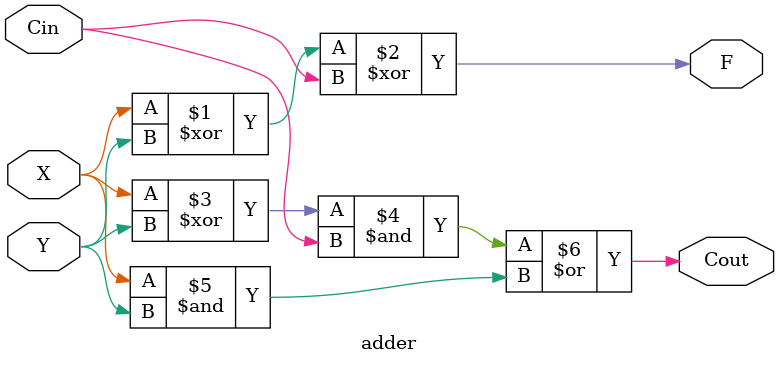
<source format=v>
module adder_32bit(A,B,S,C32);
     input [32:1] A;
     input [32:1] B;
     output [32:1] S;
     output C32;

     wire px1,gx1,px2,gx2;
     wire c16;

  CLA_16 CLA1(
      .A(A[16:1]),
        .B(B[16:1]),
        .c0(0),
        .S(S[16:1]),
        .px(px1),
        .gx(gx1)
    );

  CLA_16 CLA2(
        .A(A[32:17]),
          .B(B[32:17]),
          .c0(c16),
          .S(S[32:17]),
          .px(px2),
          .gx(gx2)
    );

  assign c16 = gx1 ^ (px1 && 0); //c0 = 0
  assign        C32 = gx2 ^ (px2 && c16);
endmodule

module CLA_16(A,B,c0,S,px,gx);
    input [16:1] A;
    input [16:1] B;
    input c0;
    output gx,px;
    output [16:1] S;

    wire c4,c8,c12;
    wire Pm1,Gm1,Pm2,Gm2,Pm3,Gm3,Pm4,Gm4;

    adder_4 adder1(
         .x(A[4:0]),
          .y(B[4:1]),
          .c0(c0),
          .c4(),
          .F(S[4:1]),
          .Gm(Gm1),
          .Pm(Pm1)
    );

    adder_4 adder2(
         .x(A[8:5]),
          .y(B[8:5]),
          .c0(c4),
          .c4(),
          .F(S[8:5]),
          .Gm(Gm2),
          .Pm(Pm2)
    );

    adder_4 adder3(
         .x(A[12:9]),
          .y(B[12:9]),
          .c0(c8),
          .c4(),
          .F(S[12:9]),
          .Gm(Gm3),
          .Pm(Pm3)
    );

    adder_4 adder4(
         .x(A[16:13]),
          .y(B[16:13]),
          .c0(c12),
          .c4(),
          .F(S[16:13]),
          .Gm(Gm4),
          .Pm(Pm4)
    );

    assign   c4 = Gm1 ^ (Pm1 & c0);
     assign         c8 = Gm2 ^ (Pm2 & Gm1) ^ (Pm2 & Pm1 & c0);
    assign          c12 = Gm3 ^ (Pm3 & Gm2) ^ (Pm3 & Pm2 & Gm1) ^ (Pm3 & Pm2 & Pm1 & c0);

    assign  px = Pm1 & Pm2 & Pm3 & Pm4;
    assign         gx = Gm4 ^ (Pm4 & Gm3) ^ (Pm4 & Pm3 & Gm2) ^ (Pm4 & Pm3 & Pm2 & Gm1);
endmodule

module adder_4(x,y,c0,c4,F,Gm,Pm);
      input [4:1] x;
      input [4:1] y;
      input c0;
      output c4,Gm,Pm;
      output [4:1] F;

      wire p1,p2,p3,p4,g1,g2,g3,g4;
      wire c1,c2,c3;
      adder adder1(
                 .X(x[1]),
                     .Y(y[1]),
                     .Cin(c0),
                     .F(F[1]),
                     .Cout()
                );

      adder adder2(
                 .X(x[2]),
                     .Y(y[2]),
                     .Cin(c1),
                     .F(F[2]),
                     .Cout()
                );  

      adder adder3(
                 .X(x[3]),
                     .Y(y[3]),
                     .Cin(c2),
                     .F(F[3]),
                     .Cout()
                );

      adder adder4(
                 .X(x[4]),
                     .Y(y[4]),
                     .Cin(c3),
                     .F(F[4]),
                     .Cout()
                );      

        CLA CLA(
            .c0(c0),
            .c1(c1),
            .c2(c2),
            .c3(c3),
            .c4(c4),
            .p1(p1),
            .p2(p2),
            .p3(p3),
            .p4(p4),
            .g1(g1),
            .g2(g2),
            .g3(g3),
            .g4(g4)
        );



  assign   p1 = x[1] ^ y[1];      
  assign          p2 = x[2] ^ y[2];
   assign         p3 = x[3] ^ y[3];
   assign         p4 = x[4] ^ y[4];

  assign   g1 = x[1] & y[1];
  assign          g2 = x[2] & y[2];
  assign          g3 = x[3] & y[3];
   assign         g4 = x[4] & y[4];

  assign Pm = p1 & p2 & p3 & p4;
   assign       Gm = g4 ^ (p4 & g3) ^ (p4 & p3 & g2) ^ (p4 & p3 & p2 & g1);
endmodule

module CLA(c0,c1,c2,c3,c4,p1,p2,p3,p4,g1,g2,g3,g4);

     input c0,g1,g2,g3,g4,p1,p2,p3,p4;
     output c1,c2,c3,c4;

     assign c1 = g1 ^ (p1 & c0);
     assign        c2 = g2 ^ (p2 & g1) ^ (p2 & p1 & c0);
     assign        c3 = g3 ^ (p3 & g2) ^ (p3 & p2 & g1) ^ (p3 & p2 & p1 & c0);
     assign        c4 = g4^(p4&g3)^(p4&p3&g2)^(p4&p3&p2&g1)^(p4&p3&p2&p1&c0);
endmodule

module adder(X,Y,Cin,F,Cout);

  input X,Y,Cin;
  output F,Cout;

  assign F = X ^ Y ^ Cin;
  assign Cout = (X ^ Y) & Cin | X & Y;
endmodule
</source>
